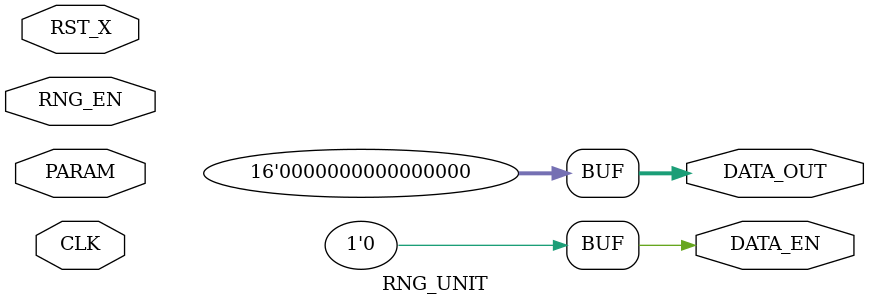
<source format=sv>

module RNG_UNIT (
    input  logic         CLK, RST_X,
    input  logic         RNG_EN,
    input  logic [31: 0] PARAM,
    output logic [15: 0] DATA_OUT,
    output logic         DATA_EN);

    // Write your TRNG code. Assert DATA_EN if DATA_OUT is valid.
    // Concatenation of DATA_OUT[0] will be sent as random bitstream.
    // If your TRNG is based on a counter, you may output its value as DATA_OUT.
    // Otherwise, set the other bits of DATA_OUT to zero.
    assign DATA_OUT = 16'h0000;
    assign DATA_EN  = 1'b0;
endmodule
</source>
